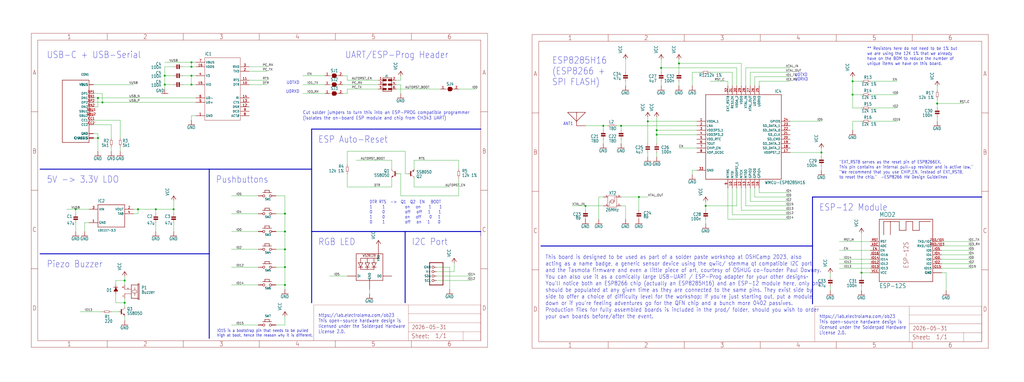
<source format=kicad_sch>
(kicad_sch (version 20230121) (generator eeschema)
  (paper "User" 584.2 217.805)
  (junction (at 99.06 119.38))
  (junction (at 93.98 43.18))
  (junction (at 374.65 74.295))
  (junction (at 43.18 119.38))
  (junction (at 162.56 132.08))
  (junction (at 55.88 78.74))
  (junction (at 162.56 162.56))
  (junction (at 109.22 35.56))
  (junction (at 486.41 53.975))
  (junction (at 109.22 43.18))
  (junction (at 162.56 142.24))
  (junction (at 109.22 38.1))
  (junction (at 374.65 76.835))
  (junction (at 387.35 36.195))
  (junction (at 486.41 46.355))
  (junction (at 71.12 172.72))
  (junction (at 55.88 55.88))
  (junction (at 534.67 59.055))
  (junction (at 78.74 119.38))
  (junction (at 109.22 48.26))
  (junction (at 162.56 152.4))
  (junction (at 71.12 160.02))
  (junction (at 334.01 117.475))
  (junction (at 377.19 38.735))
  (junction (at 93.98 48.26))
  (junction (at 88.9 119.38))
  (junction (at 58.42 58.42))
  (junction (at 402.59 117.475))
  (junction (at 364.49 112.395))
  (junction (at 344.17 71.755))
  (junction (at 162.56 121.92))
  (junction (at 491.49 155.575))
  (junction (at 369.57 69.215))
  (junction (at 468.63 86.995))
  (junction (at 354.33 71.755))
  (wire (pts (xy 109.22 38.1) (xy 109.22 35.56)) (stroke (width 0.1524)))
  (wire (pts (xy 422.91 36.195) (xy 422.91 48.895)) (stroke (width 0.1524)))
  (wire (pts (xy 402.59 120.015) (xy 402.59 117.475)) (stroke (width 0.1524)))
  (wire (pts (xy 354.33 74.295) (xy 354.33 71.755)) (stroke (width 0.1524)))
  (wire (pts (xy 198.12 157.48) (xy 187.96 157.48)) (stroke (width 0.1524)))
  (wire (pts (xy 397.51 74.295) (xy 374.65 74.295)) (stroke (width 0.1524)))
  (wire (pts (xy 157.48 111.76) (xy 162.56 111.76)) (stroke (width 0.1524)))
  (wire (pts (xy 422.91 120.015) (xy 450.85 120.015)) (stroke (width 0.1524)))
  (wire (pts (xy 433.07 46.355) (xy 450.85 46.355)) (stroke (width 0.1524)))
  (wire (pts (xy 147.32 152.4) (xy 132.08 152.4)) (stroke (width 0.1524)))
  (wire (pts (xy 88.9 119.38) (xy 88.9 121.92)) (stroke (width 0.1524)))
  (wire (pts (xy 369.57 89.535) (xy 369.57 86.995)) (stroke (width 0.1524)))
  (wire (pts (xy 147.32 185.42) (xy 132.08 185.42)) (stroke (width 0.1524)))
  (wire (pts (xy 261.62 96.52) (xy 261.62 91.44)) (stroke (width 0.1524)))
  (wire (pts (xy 228.6 45.72) (xy 228.6 43.18)) (stroke (width 0.1524)))
  (wire (pts (xy 157.48 142.24) (xy 162.56 142.24)) (stroke (width 0.1524)))
  (wire (pts (xy 427.99 41.275) (xy 450.85 41.275)) (stroke (width 0.1524)))
  (wire (pts (xy 256.54 152.4) (xy 256.54 165.1)) (stroke (width 0.1524)))
  (wire (pts (xy 111.76 35.56) (xy 109.22 35.56)) (stroke (width 0.1524)))
  (wire (pts (xy 402.59 125.095) (xy 402.59 127.635)) (stroke (width 0.1524)))
  (wire (pts (xy 71.12 172.72) (xy 71.12 175.26)) (stroke (width 0.1524)))
  (wire (pts (xy 223.52 91.44) (xy 203.2 91.44)) (stroke (width 0.1524)))
  (wire (pts (xy 111.76 66.04) (xy 109.22 66.04)) (stroke (width 0.1524)))
  (wire (pts (xy 223.52 106.68) (xy 223.52 101.6)) (stroke (width 0.1524)))
  (wire (pts (xy 53.34 58.42) (xy 58.42 58.42)) (stroke (width 0.1524)))
  (wire (pts (xy 63.5 86.36) (xy 63.5 83.82)) (stroke (width 0.1524)))
  (wire (pts (xy 420.37 38.735) (xy 377.19 38.735)) (stroke (width 0.1524)))
  (wire (pts (xy 157.48 121.92) (xy 162.56 121.92)) (stroke (width 0.1524)))
  (wire (pts (xy 109.22 43.18) (xy 109.22 48.26)) (stroke (width 0.1524)))
  (wire (pts (xy 63.5 71.12) (xy 63.5 78.74)) (stroke (width 0.1524)))
  (wire (pts (xy 142.24 40.64) (xy 152.4 40.64)) (stroke (width 0.1524)))
  (wire (pts (xy 491.49 69.215) (xy 486.41 69.215)) (stroke (width 0.1524)))
  (wire (pts (xy 43.18 119.38) (xy 38.1 119.38)) (stroke (width 0.1524)))
  (wire (pts (xy 198.12 50.8) (xy 215.9 50.8)) (stroke (width 0.1524)))
  (wire (pts (xy 198.12 53.34) (xy 198.12 50.8)) (stroke (width 0.1524)))
  (wire (pts (xy 99.06 48.26) (xy 93.98 48.26)) (stroke (width 0.1524)))
  (wire (pts (xy 468.63 86.995) (xy 468.63 84.455)) (stroke (width 0.1524)))
  (wire (pts (xy 185.42 43.18) (xy 172.72 43.18)) (stroke (width 0.1524)))
  (wire (pts (xy 226.06 48.26) (xy 228.6 48.26)) (stroke (width 0.1524)))
  (wire (pts (xy 162.56 142.24) (xy 162.56 152.4)) (stroke (width 0.1524)))
  (wire (pts (xy 53.34 55.88) (xy 55.88 55.88)) (stroke (width 0.1524)))
  (wire (pts (xy 397.51 84.455) (xy 387.35 84.455)) (stroke (width 0.1524)))
  (wire (pts (xy 496.57 137.795) (xy 478.79 137.795)) (stroke (width 0.1524)))
  (wire (pts (xy 198.12 45.72) (xy 215.9 45.72)) (stroke (width 0.1524)))
  (wire (pts (xy 430.53 107.315) (xy 430.53 112.395)) (stroke (width 0.1524)))
  (wire (pts (xy 228.6 99.06) (xy 228.6 111.76)) (stroke (width 0.1524)))
  (wire (pts (xy 58.42 177.8) (xy 45.72 177.8)) (stroke (width 0.1524)))
  (wire (pts (xy 256.54 106.68) (xy 236.22 106.68)) (stroke (width 0.1524)))
  (wire (pts (xy 195.58 48.26) (xy 215.9 48.26)) (stroke (width 0.1524)))
  (polyline (pts (xy 22.86 144.78) (xy 119.38 144.78)) (stroke (width 0.508) (type solid)))
  (wire (pts (xy 491.49 53.975) (xy 486.41 53.975)) (stroke (width 0.1524)))
  (wire (pts (xy 334.01 71.755) (xy 344.17 71.755)) (stroke (width 0.1524)))
  (wire (pts (xy 104.14 48.26) (xy 109.22 48.26)) (stroke (width 0.1524)))
  (polyline (pts (xy 463.55 140.335) (xy 463.55 112.395)) (stroke (width 0.508) (type solid)))
  (wire (pts (xy 43.18 121.92) (xy 43.18 119.38)) (stroke (width 0.1524)))
  (polyline (pts (xy 177.8 73.66) (xy 274.32 73.66)) (stroke (width 0.508) (type solid)))
  (wire (pts (xy 344.17 74.295) (xy 344.17 71.755)) (stroke (width 0.1524)))
  (wire (pts (xy 537.21 150.495) (xy 554.99 150.495)) (stroke (width 0.1524)))
  (wire (pts (xy 486.41 61.595) (xy 486.41 53.975)) (stroke (width 0.1524)))
  (wire (pts (xy 425.45 38.735) (xy 450.85 38.735)) (stroke (width 0.1524)))
  (wire (pts (xy 55.88 78.74) (xy 53.34 78.74)) (stroke (width 0.1524)))
  (wire (pts (xy 534.67 59.055) (xy 534.67 61.595)) (stroke (width 0.1524)))
  (wire (pts (xy 496.57 150.495) (xy 478.79 150.495)) (stroke (width 0.1524)))
  (wire (pts (xy 236.22 91.44) (xy 261.62 91.44)) (stroke (width 0.1524)))
  (wire (pts (xy 344.17 112.395) (xy 341.63 112.395)) (stroke (width 0.1524)))
  (wire (pts (xy 491.49 46.355) (xy 486.41 46.355)) (stroke (width 0.1524)))
  (wire (pts (xy 537.21 147.955) (xy 554.99 147.955)) (stroke (width 0.1524)))
  (wire (pts (xy 473.71 163.195) (xy 473.71 165.735)) (stroke (width 0.1524)))
  (polyline (pts (xy 119.38 144.78) (xy 119.38 96.52)) (stroke (width 0.508) (type solid)))
  (wire (pts (xy 109.22 38.1) (xy 104.14 38.1)) (stroke (width 0.1524)))
  (wire (pts (xy 377.19 38.735) (xy 377.19 33.655)) (stroke (width 0.1524)))
  (wire (pts (xy 147.32 111.76) (xy 132.08 111.76)) (stroke (width 0.1524)))
  (wire (pts (xy 93.98 43.18) (xy 93.98 48.26)) (stroke (width 0.1524)))
  (wire (pts (xy 427.99 114.935) (xy 450.85 114.935)) (stroke (width 0.1524)))
  (wire (pts (xy 344.17 117.475) (xy 334.01 117.475)) (stroke (width 0.1524)))
  (wire (pts (xy 537.21 137.795) (xy 554.99 137.795)) (stroke (width 0.1524)))
  (wire (pts (xy 405.13 41.275) (xy 417.83 41.275)) (stroke (width 0.1524)))
  (wire (pts (xy 356.87 117.475) (xy 356.87 125.095)) (stroke (width 0.1524)))
  (wire (pts (xy 534.67 56.515) (xy 534.67 59.055)) (stroke (width 0.1524)))
  (wire (pts (xy 162.56 111.76) (xy 162.56 121.92)) (stroke (width 0.1524)))
  (wire (pts (xy 491.49 61.595) (xy 486.41 61.595)) (stroke (width 0.1524)))
  (wire (pts (xy 377.19 38.735) (xy 377.19 41.275)) (stroke (width 0.1524)))
  (wire (pts (xy 374.65 89.535) (xy 374.65 86.995)) (stroke (width 0.1524)))
  (wire (pts (xy 415.29 48.895) (xy 415.29 46.355)) (stroke (width 0.1524)))
  (wire (pts (xy 68.58 86.36) (xy 68.58 83.82)) (stroke (width 0.1524)))
  (wire (pts (xy 147.32 162.56) (xy 132.08 162.56)) (stroke (width 0.1524)))
  (wire (pts (xy 223.52 106.68) (xy 198.12 106.68)) (stroke (width 0.1524)))
  (polyline (pts (xy 177.8 132.08) (xy 231.14 132.08)) (stroke (width 0.508) (type solid)))
  (wire (pts (xy 53.34 76.2) (xy 55.88 76.2)) (stroke (width 0.1524)))
  (wire (pts (xy 248.92 152.4) (xy 256.54 152.4)) (stroke (width 0.1524)))
  (wire (pts (xy 66.04 162.56) (xy 66.04 160.02)) (stroke (width 0.1524)))
  (polyline (pts (xy 463.55 112.395) (xy 560.07 112.395)) (stroke (width 0.508) (type solid)))
  (wire (pts (xy 496.57 69.215) (xy 511.81 69.215)) (stroke (width 0.1524)))
  (wire (pts (xy 223.52 91.44) (xy 223.52 96.52)) (stroke (width 0.1524)))
  (wire (pts (xy 55.88 76.2) (xy 55.88 78.74)) (stroke (width 0.1524)))
  (wire (pts (xy 76.2 121.92) (xy 78.74 121.92)) (stroke (width 0.1524)))
  (wire (pts (xy 534.67 59.055) (xy 549.91 59.055)) (stroke (width 0.1524)))
  (wire (pts (xy 162.56 185.42) (xy 157.48 185.42)) (stroke (width 0.1524)))
  (wire (pts (xy 66.04 167.64) (xy 66.04 172.72)) (stroke (width 0.1524)))
  (wire (pts (xy 78.74 121.92) (xy 78.74 119.38)) (stroke (width 0.1524)))
  (wire (pts (xy 185.42 53.34) (xy 172.72 53.34)) (stroke (width 0.1524)))
  (wire (pts (xy 99.06 119.38) (xy 99.06 114.3)) (stroke (width 0.1524)))
  (wire (pts (xy 334.01 120.015) (xy 334.01 117.475)) (stroke (width 0.1524)))
  (wire (pts (xy 334.01 117.475) (xy 326.39 117.475)) (stroke (width 0.1524)))
  (wire (pts (xy 354.33 81.915) (xy 354.33 79.375)) (stroke (width 0.1524)))
  (wire (pts (xy 374.65 76.835) (xy 374.65 74.295)) (stroke (width 0.1524)))
  (wire (pts (xy 71.12 160.02) (xy 71.12 162.56)) (stroke (width 0.1524)))
  (wire (pts (xy 236.22 101.6) (xy 236.22 106.68)) (stroke (width 0.1524)))
  (wire (pts (xy 486.41 46.355) (xy 486.41 43.815)) (stroke (width 0.1524)))
  (wire (pts (xy 537.21 153.035) (xy 554.99 153.035)) (stroke (width 0.1524)))
  (wire (pts (xy 162.56 121.92) (xy 162.56 132.08)) (stroke (width 0.1524)))
  (wire (pts (xy 496.57 46.355) (xy 511.81 46.355)) (stroke (width 0.1524)))
  (wire (pts (xy 491.49 155.575) (xy 491.49 132.715)) (stroke (width 0.1524)))
  (wire (pts (xy 539.75 155.575) (xy 539.75 165.735)) (stroke (width 0.1524)))
  (polyline (pts (xy 22.86 96.52) (xy 119.38 96.52)) (stroke (width 0.508) (type solid)))
  (wire (pts (xy 374.65 76.835) (xy 374.65 81.915)) (stroke (width 0.1524)))
  (polyline (pts (xy 177.8 96.52) (xy 177.8 73.66)) (stroke (width 0.508) (type solid)))
  (wire (pts (xy 109.22 48.26) (xy 111.76 48.26)) (stroke (width 0.1524)))
  (wire (pts (xy 147.32 142.24) (xy 132.08 142.24)) (stroke (width 0.1524)))
  (wire (pts (xy 496.57 153.035) (xy 478.79 153.035)) (stroke (width 0.1524)))
  (wire (pts (xy 427.99 107.315) (xy 427.99 114.935)) (stroke (width 0.1524)))
  (wire (pts (xy 400.05 41.275) (xy 394.97 41.275)) (stroke (width 0.1524)))
  (wire (pts (xy 71.12 180.34) (xy 71.12 182.88)) (stroke (width 0.1524)))
  (wire (pts (xy 53.34 71.12) (xy 63.5 71.12)) (stroke (width 0.1524)))
  (wire (pts (xy 387.35 33.655) (xy 387.35 36.195)) (stroke (width 0.1524)))
  (wire (pts (xy 50.8 127) (xy 48.26 127)) (stroke (width 0.1524)))
  (polyline (pts (xy 177.8 132.08) (xy 177.8 172.72)) (stroke (width 0.508) (type solid)))
  (wire (pts (xy 63.5 177.8) (xy 68.58 177.8)) (stroke (width 0.1524)))
  (wire (pts (xy 433.07 48.895) (xy 433.07 46.355)) (stroke (width 0.1524)))
  (wire (pts (xy 248.92 157.48) (xy 269.24 157.48)) (stroke (width 0.1524)))
  (wire (pts (xy 473.71 158.115) (xy 473.71 155.575)) (stroke (width 0.1524)))
  (wire (pts (xy 261.62 50.8) (xy 271.78 50.8)) (stroke (width 0.1524)))
  (wire (pts (xy 157.48 132.08) (xy 162.56 132.08)) (stroke (width 0.1524)))
  (wire (pts (xy 55.88 55.88) (xy 111.76 55.88)) (stroke (width 0.1524)))
  (wire (pts (xy 491.49 155.575) (xy 491.49 158.115)) (stroke (width 0.1524)))
  (wire (pts (xy 142.24 38.1) (xy 152.4 38.1)) (stroke (width 0.1524)))
  (wire (pts (xy 195.58 53.34) (xy 198.12 53.34)) (stroke (width 0.1524)))
  (wire (pts (xy 415.29 107.315) (xy 415.29 125.095)) (stroke (width 0.1524)))
  (wire (pts (xy 341.63 112.395) (xy 341.63 125.095)) (stroke (width 0.1524)))
  (wire (pts (xy 231.14 99.06) (xy 233.68 99.06)) (stroke (width 0.1524)))
  (wire (pts (xy 534.67 48.895) (xy 534.67 51.435)) (stroke (width 0.1524)))
  (wire (pts (xy 496.57 147.955) (xy 478.79 147.955)) (stroke (width 0.1524)))
  (wire (pts (xy 430.53 48.895) (xy 430.53 43.815)) (stroke (width 0.1524)))
  (wire (pts (xy 387.35 36.195) (xy 387.35 41.275)) (stroke (width 0.1524)))
  (wire (pts (xy 537.21 145.415) (xy 554.99 145.415)) (stroke (width 0.1524)))
  (wire (pts (xy 43.18 127) (xy 43.18 132.08)) (stroke (width 0.1524)))
  (wire (pts (xy 425.45 48.895) (xy 425.45 38.735)) (stroke (width 0.1524)))
  (wire (pts (xy 226.06 50.8) (xy 251.46 50.8)) (stroke (width 0.1524)))
  (polyline (pts (xy 231.14 132.08) (xy 231.14 172.72)) (stroke (width 0.508) (type solid)))
  (wire (pts (xy 50.8 119.38) (xy 43.18 119.38)) (stroke (width 0.1524)))
  (polyline (pts (xy 463.55 140.335) (xy 308.61 140.335)) (stroke (width 0.508) (type solid)))
  (wire (pts (xy 55.88 60.96) (xy 55.88 55.88)) (stroke (width 0.1524)))
  (polyline (pts (xy 119.38 144.78) (xy 119.38 193.04)) (stroke (width 0.508) (type solid)))
  (wire (pts (xy 66.04 160.02) (xy 71.12 160.02)) (stroke (width 0.1524)))
  (wire (pts (xy 248.92 160.02) (xy 269.24 160.02)) (stroke (width 0.1524)))
  (wire (pts (xy 433.07 107.315) (xy 433.07 109.855)) (stroke (width 0.1524)))
  (wire (pts (xy 496.57 53.975) (xy 511.81 53.975)) (stroke (width 0.1524)))
  (wire (pts (xy 402.59 117.475) (xy 420.37 117.475)) (stroke (width 0.1524)))
  (wire (pts (xy 397.51 69.215) (xy 369.57 69.215)) (stroke (width 0.1524)))
  (wire (pts (xy 420.37 107.315) (xy 420.37 117.475)) (stroke (width 0.1524)))
  (wire (pts (xy 387.35 46.355) (xy 387.35 48.895)) (stroke (width 0.1524)))
  (wire (pts (xy 377.19 46.355) (xy 377.19 48.895)) (stroke (width 0.1524)))
  (wire (pts (xy 496.57 142.875) (xy 478.79 142.875)) (stroke (width 0.1524)))
  (wire (pts (xy 415.29 125.095) (xy 450.85 125.095)) (stroke (width 0.1524)))
  (wire (pts (xy 486.41 69.215) (xy 486.41 74.295)) (stroke (width 0.1524)))
  (wire (pts (xy 111.76 38.1) (xy 109.22 38.1)) (stroke (width 0.1524)))
  (polyline (pts (xy 231.14 132.08) (xy 274.32 132.08)) (stroke (width 0.508) (type solid)))
  (wire (pts (xy 491.49 165.735) (xy 491.49 163.195)) (stroke (width 0.1524)))
  (wire (pts (xy 248.92 154.94) (xy 259.08 154.94)) (stroke (width 0.1524)))
  (wire (pts (xy 162.56 180.34) (xy 162.56 185.42)) (stroke (width 0.1524)))
  (wire (pts (xy 53.34 53.34) (xy 58.42 53.34)) (stroke (width 0.1524)))
  (wire (pts (xy 198.12 99.06) (xy 198.12 106.68)) (stroke (width 0.1524)))
  (wire (pts (xy 344.17 81.915) (xy 344.17 79.375)) (stroke (width 0.1524)))
  (wire (pts (xy 147.32 132.08) (xy 132.08 132.08)) (stroke (width 0.1524)))
  (wire (pts (xy 537.21 142.875) (xy 554.99 142.875)) (stroke (width 0.1524)))
  (polyline (pts (xy 274.32 132.08) (xy 274.32 134.62)) (stroke (width 0.1524) (type solid)))
  (wire (pts (xy 354.33 71.755) (xy 397.51 71.755)) (stroke (width 0.1524)))
  (wire (pts (xy 68.58 68.58) (xy 68.58 78.74)) (stroke (width 0.1524)))
  (wire (pts (xy 231.14 99.06) (xy 231.14 86.36)) (stroke (width 0.1524)))
  (wire (pts (xy 354.33 117.475) (xy 356.87 117.475)) (stroke (width 0.1524)))
  (wire (pts (xy 109.22 66.04) (xy 109.22 68.58)) (stroke (width 0.1524)))
  (wire (pts (xy 99.06 119.38) (xy 99.06 121.92)) (stroke (width 0.1524)))
  (wire (pts (xy 374.65 74.295) (xy 374.65 66.675)) (stroke (width 0.1524)))
  (wire (pts (xy 394.97 41.275) (xy 394.97 48.895)) (stroke (width 0.1524)))
  (polyline (pts (xy 177.8 96.52) (xy 177.8 132.08)) (stroke (width 0.508) (type solid)))
  (wire (pts (xy 486.41 53.975) (xy 486.41 46.355)) (stroke (width 0.1524)))
  (wire (pts (xy 162.56 162.56) (xy 162.56 165.1)) (stroke (width 0.1524)))
  (wire (pts (xy 387.35 36.195) (xy 422.91 36.195)) (stroke (width 0.1524)))
  (wire (pts (xy 157.48 162.56) (xy 162.56 162.56)) (stroke (width 0.1524)))
  (wire (pts (xy 422.91 107.315) (xy 422.91 120.015)) (stroke (width 0.1524)))
  (wire (pts (xy 157.48 152.4) (xy 162.56 152.4)) (stroke (width 0.1524)))
  (wire (pts (xy 226.06 99.06) (xy 228.6 99.06)) (stroke (width 0.1524)))
  (wire (pts (xy 430.53 112.395) (xy 450.85 112.395)) (stroke (width 0.1524)))
  (wire (pts (xy 402.59 117.475) (xy 402.59 114.935)) (stroke (width 0.1524)))
  (wire (pts (xy 88.9 119.38) (xy 99.06 119.38)) (stroke (width 0.1524)))
  (wire (pts (xy 236.22 91.44) (xy 236.22 96.52)) (stroke (width 0.1524)))
  (polyline (pts (xy 119.38 96.52) (xy 177.8 96.52)) (stroke (width 0.508) (type solid)))
  (wire (pts (xy 93.98 38.1) (xy 93.98 43.18)) (stroke (width 0.1524)))
  (wire (pts (xy 228.6 48.26) (xy 228.6 53.34)) (stroke (width 0.1524)))
  (wire (pts (xy 534.67 69.215) (xy 534.67 66.675)) (stroke (width 0.1524)))
  (wire (pts (xy 66.04 172.72) (xy 71.12 172.72)) (stroke (width 0.1524)))
  (wire (pts (xy 356.87 46.355) (xy 356.87 48.895)) (stroke (width 0.1524)))
  (wire (pts (xy 231.14 86.36) (xy 198.12 86.36)) (stroke (width 0.1524)))
  (wire (pts (xy 425.45 117.475) (xy 450.85 117.475)) (stroke (width 0.1524)))
  (wire (pts (xy 397.51 76.835) (xy 374.65 76.835)) (stroke (width 0.1524)))
  (wire (pts (xy 417.83 122.555) (xy 450.85 122.555)) (stroke (width 0.1524)))
  (wire (pts (xy 344.17 71.755) (xy 346.71 71.755)) (stroke (width 0.1524)))
  (wire (pts (xy 468.63 86.995) (xy 468.63 89.535)) (stroke (width 0.1524)))
  (wire (pts (xy 496.57 61.595) (xy 511.81 61.595)) (stroke (width 0.1524)))
  (wire (pts (xy 425.45 107.315) (xy 425.45 117.475)) (stroke (width 0.1524)))
  (wire (pts (xy 450.85 86.995) (xy 468.63 86.995)) (stroke (width 0.1524)))
  (wire (pts (xy 450.85 69.215) (xy 468.63 69.215)) (stroke (width 0.1524)))
  (wire (pts (xy 356.87 41.275) (xy 356.87 33.655)) (stroke (width 0.1524)))
  (wire (pts (xy 354.33 112.395) (xy 364.49 112.395)) (stroke (width 0.1524)))
  (wire (pts (xy 195.58 43.18) (xy 198.12 43.18)) (stroke (width 0.1524)))
  (wire (pts (xy 496.57 155.575) (xy 491.49 155.575)) (stroke (width 0.1524)))
  (wire (pts (xy 430.53 43.815) (xy 450.85 43.815)) (stroke (width 0.1524)))
  (wire (pts (xy 420.37 48.895) (xy 420.37 38.735)) (stroke (width 0.1524)))
  (wire (pts (xy 93.98 50.8) (xy 93.98 48.26)) (stroke (width 0.1524)))
  (wire (pts (xy 53.34 60.96) (xy 55.88 60.96)) (stroke (width 0.1524)))
  (wire (pts (xy 162.56 152.4) (xy 162.56 162.56)) (stroke (width 0.1524)))
  (wire (pts (xy 198.12 43.18) (xy 198.12 45.72)) (stroke (width 0.1524)))
  (wire (pts (xy 537.21 140.335) (xy 554.99 140.335)) (stroke (width 0.1524)))
  (wire (pts (xy 152.4 45.72) (xy 142.24 45.72)) (stroke (width 0.1524)))
  (wire (pts (xy 55.88 78.74) (xy 55.88 86.36)) (stroke (width 0.1524)))
  (wire (pts (xy 394.97 97.155) (xy 394.97 99.695)) (stroke (width 0.1524)))
  (wire (pts (xy 48.26 127) (xy 48.26 132.08)) (stroke (width 0.1524)))
  (polyline (pts (xy 463.55 173.355) (xy 463.55 140.335)) (stroke (width 0.508) (type solid)))
  (wire (pts (xy 415.29 46.355) (xy 405.13 46.355)) (stroke (width 0.1524)))
  (wire (pts (xy 397.51 97.155) (xy 394.97 97.155)) (stroke (width 0.1524)))
  (wire (pts (xy 76.2 119.38) (xy 78.74 119.38)) (stroke (width 0.1524)))
  (wire (pts (xy 104.14 43.18) (xy 109.22 43.18)) (stroke (width 0.1524)))
  (wire (pts (xy 427.99 48.895) (xy 427.99 41.275)) (stroke (width 0.1524)))
  (wire (pts (xy 198.12 86.36) (xy 198.12 93.98)) (stroke (width 0.1524)))
  (wire (pts (xy 71.12 170.18) (xy 71.12 172.72)) (stroke (width 0.1524)))
  (wire (pts (xy 261.62 111.76) (xy 261.62 101.6)) (stroke (width 0.1524)))
  (wire (pts (xy 58.42 53.34) (xy 58.42 58.42)) (stroke (width 0.1524)))
  (wire (pts (xy 351.79 71.755) (xy 354.33 71.755)) (stroke (width 0.1524)))
  (wire (pts (xy 537.21 155.575) (xy 539.75 155.575)) (stroke (width 0.1524)))
  (wire (pts (xy 468.63 94.615) (xy 468.63 97.155)) (stroke (width 0.1524)))
  (wire (pts (xy 369.57 69.215) (xy 369.57 81.915)) (stroke (width 0.1524)))
  (wire (pts (xy 99.06 127) (xy 99.06 132.08)) (stroke (width 0.1524)))
  (wire (pts (xy 99.06 38.1) (xy 93.98 38.1)) (stroke (width 0.1524)))
  (wire (pts (xy 364.49 120.015) (xy 364.49 112.395)) (stroke (width 0.1524)))
  (wire (pts (xy 147.32 121.92) (xy 132.08 121.92)) (stroke (width 0.1524)))
  (wire (pts (xy 369.57 69.215) (xy 369.57 66.675)) (stroke (width 0.1524)))
  (wire (pts (xy 109.22 35.56) (xy 93.98 35.56)) (stroke (width 0.1524)))
  (wire (pts (xy 226.06 45.72) (xy 228.6 45.72)) (stroke (width 0.1524)))
  (wire (pts (xy 53.34 48.26) (xy 76.2 48.26)) (stroke (width 0.1524)))
  (wire (pts (xy 99.06 43.18) (xy 93.98 43.18)) (stroke (width 0.1524)))
  (wire (pts (xy 109.22 43.18) (xy 111.76 43.18)) (stroke (width 0.1524)))
  (wire (pts (xy 152.4 48.26) (xy 142.24 48.26)) (stroke (width 0.1524)))
  (wire (pts (xy 228.6 111.76) (xy 261.62 111.76)) (stroke (width 0.1524)))
  (wire (pts (xy 210.82 167.64) (xy 210.82 165.1)) (stroke (width 0.1524)))
  (wire (pts (xy 88.9 127) (xy 88.9 132.08)) (stroke (width 0.1524)))
  (wire (pts (xy 58.42 58.42) (xy 111.76 58.42)) (stroke (width 0.1524)))
  (wire (pts (xy 162.56 132.08) (xy 162.56 142.24)) (stroke (width 0.1524)))
  (wire (pts (xy 417.83 107.315) (xy 417.83 122.555)) (stroke (width 0.1524)))
  (wire (pts (xy 78.74 119.38) (xy 88.9 119.38)) (stroke (width 0.1524)))
  (wire (pts (xy 364.49 112.395) (xy 369.57 112.395)) (stroke (width 0.1524)))
  (wire (pts (xy 259.08 149.86) (xy 259.08 154.94)) (stroke (width 0.1524)))
  (wire (pts (xy 185.42 48.26) (xy 172.72 48.26)) (stroke (width 0.1524)))
  (wire (pts (xy 433.07 109.855) (xy 450.85 109.855)) (stroke (width 0.1524)))
  (wire (pts (xy 53.34 68.58) (xy 68.58 68.58)) (stroke (width 0.1524)))
  (wire (pts (xy 417.83 41.275) (xy 417.83 48.895)) (stroke (width 0.1524)))
  (wire (pts (xy 71.12 157.48) (xy 71.12 160.02)) (stroke (width 0.1524)))
  (text "5V -> 3.3V LDO" (at 26.67 100.33 0) (effects (font (size 3.81 3.2385)) (justify left top)))
  (text "ESP8285H16\n(ESP8266 +\nSPI FLASH)" (at 314.96 32.385 0) (effects (font (size 3.81 3.2385)) (justify left top)))
  (text "DTR RTS  ->  Q1  Q2  EN   BOOT\n1     1          on   on    1    1\n0     0          off   off   1    1\n1     0          on   off    0   1\n0     1          off   on   1    0" (at 210.82 114.3 0) (effects (font (size 1.778 1.5113)) (justify left top)))
  (text "This board is designed to be used as part of a solder paste workshop at OSHCamp 2023, also\nacting as a name badge, a generic sensor device using the qwiic/ stemma qt compatible I2C port\nand the Tasmota firmware and even a little piece of art, courtesy of OSHUG co-founder Paul Downey.\nYou can also use it as a comically large USB-UART / ESP-Prog adapter for your other designs~\nYou'll notice both an ESP8266 chip (actually an ESP8285H16) and an ESP-12 module here, only one\nshould be populated at any given time as they are connected to the same pins. They exist side by\nside to offer a choice of difficulty level for the workshop: If you're just starting out, put a module\ndown or if you're feeling adventures go for the QFN chip and a bunch more 0402 passives.\nProduction files for fully assembled boards is included in the prod/ folder, should you wish to order\nyour own boards before/after the event." (at 311.15 145.415 0) (effects (font (size 2.3368 1.9862)) (justify left top)))
  (text "UART/ESP-Prog Header" (at 196.85 29.21 0) (effects (font (size 3.81 3.2385)) (justify left top)))
  (text "https://lab.electrolama.com/ob23\nThis open-source hardware design is\nlicensed under the Solderpad Hardware\nLicense 2.0." (at 181.61 190.5 0) (effects (font (size 1.9304 1.6408)) (justify left bottom)))
  (text "U0TXD" (at 453.39 43.815 0) (effects (font (size 1.778 1.5113)) (justify left bottom)))
  (text "https://lab.electrolama.com/ob23\nThis open-source hardware design is\nlicensed under the Solderpad Hardware\nLicense 2.0." (at 467.36 191.135 0) (effects (font (size 1.9304 1.6408)) (justify left bottom)))
  (text "I2C Port" (at 234.95 135.89 0) (effects (font (size 3.81 3.2385)) (justify left top)))
  (text "ANT1" (at 321.31 71.755 0) (effects (font (size 1.778 1.5113)) (justify left bottom)))
  (text "ESP Auto-Reset" (at 181.61 77.47 0) (effects (font (size 3.81 3.2385)) (justify left top)))
  (text "U0RXD" (at 453.39 46.355 0) (effects (font (size 1.778 1.5113)) (justify left bottom)))
  (text "U0RXD" (at 170.815 53.34 0) (effects (font (size 1.778 1.5113)) (justify right bottom)))
  (text "\"EXT_RSTB serves as the reset pin of ESP8266EX.\nThis pin contains an internal pull-up resistor and is active low.\"\n\"We recommend that you use CHIP_EN, instead of EXT_RSTB,\nto reset the chip.\"  -ESP8266 HW Design Guidelines" (at 478.79 102.235 0) (effects (font (size 1.778 1.5113)) (justify left bottom)))
  (text "Cut solder jumpers to turn this into an ESP-PROG compatible programmer\n(isolates the on-board ESP module and chip from CH343 UART)" (at 172.72 68.58 0) (effects (font (size 1.9304 1.6408)) (justify left bottom)))
  (text "Piezo Buzzer" (at 26.67 148.59 0) (effects (font (size 3.81 3.2385)) (justify left top)))
  (text "USB-C + USB-Serial" (at 26.67 29.21 0) (effects (font (size 3.81 3.2385)) (justify left top)))
  (text "U0TXD" (at 170.815 48.26 0) (effects (font (size 1.778 1.5113)) (justify right bottom)))
  (text "RGB LED" (at 181.61 135.89 0) (effects (font (size 3.81 3.2385)) (justify left top)))
  (text "ESP-12 Module" (at 467.36 116.205 0) (effects (font (size 3.81 3.2385)) (justify left top)))
  (text "IO15 is a bootstrap pin that needs to be pulled\nhigh at boot, hence the reason why it is different." (at 123.825 192.405 0) (effects (font (size 1.651 1.4033)) (justify left bottom)))
  (text "Pushbuttons" (at 123.19 100.33 0) (effects (font (size 3.81 3.2385)) (justify left top)))
  (text "** Resistors here do not need to be 1% but\nwe are using the 12K 1% that we already\nhave on the BOM to reduce the number of\nunique items we have on this board." (at 494.665 37.465 0) (effects (font (size 1.778 1.5113)) (justify left bottom)))
  (label "IO12" (at 481.33 150.495 0) (effects (font (size 1.2446 1.2446))))
  (label "IO2" (at 134.62 142.24 0) (effects (font (size 1.2446 1.2446))))
  (label "IO15" (at 448.31 117.475 0) (effects (font (size 1.2446 1.2446))))
  (label "IO15" (at 509.27 69.215 0) (effects (font (size 1.2446 1.2446))))
  (label "IO14" (at 134.62 162.56 0) (effects (font (size 1.2446 1.2446))))
  (label "EN" (at 387.35 84.455 0) (effects (font (size 1.2446 1.2446))))
  (label "IO5" (at 466.09 69.215 0) (effects (font (size 1.2446 1.2446))))
  (label "IO15" (at 134.62 185.42 0) (effects (font (size 1.2446 1.2446))))
  (label "EN" (at 175.26 43.18 0) (effects (font (size 1.2446 1.2446))))
  (label "USB_P" (at 73.66 58.42 0) (effects (font (size 1.2446 1.2446))))
  (label "DTR" (at 149.86 48.26 0) (effects (font (size 1.2446 1.2446))))
  (label "IO3_RX" (at 175.26 53.34 0) (effects (font (size 1.2446 1.2446))))
  (label "VUSB" (at 96.52 35.56 0) (effects (font (size 1.2446 1.2446))))
  (label "IO14" (at 448.31 125.095 0) (effects (font (size 1.2446 1.2446))))
  (label "RST_M" (at 481.33 137.795 0) (effects (font (size 1.2446 1.2446))))
  (label "IO15" (at 552.45 153.035 0) (effects (font (size 1.2446 1.2446))))
  (label "XTAL_OUT" (at 448.31 41.275 0) (effects (font (size 1.2446 1.2446))))
  (label "IO13" (at 448.31 120.015 0) (effects (font (size 1.2446 1.2446))))
  (label "IO12" (at 448.31 122.555 0) (effects (font (size 1.2446 1.2446))))
  (label "IO2" (at 509.27 61.595 0) (effects (font (size 1.2446 1.2446))))
  (label "IO1_TX" (at 175.26 48.26 0) (effects (font (size 1.2446 1.2446))))
  (label "IO3_RX" (at 552.45 140.335 0) (effects (font (size 1.2446 1.2446))))
  (label "VUSB" (at 40.64 119.38 0) (effects (font (size 1.2446 1.2446))))
  (label "IO4" (at 448.31 109.855 0) (effects (font (size 1.2446 1.2446))))
  (label "EN" (at 481.33 142.875 0) (effects (font (size 1.2446 1.2446))))
  (label "XTAL_OUT" (at 369.57 112.395 0) (effects (font (size 1.2446 1.2446))))
  (label "IO0" (at 552.45 147.955 0) (effects (font (size 1.2446 1.2446))))
  (label "RTS" (at 238.76 91.44 0) (effects (font (size 1.2446 1.2446))))
  (label "IO1_TX" (at 448.31 43.815 0) (effects (font (size 1.2446 1.2446))))
  (label "IO5" (at 134.62 111.76 0) (effects (font (size 1.2446 1.2446))))
  (label "EN" (at 509.27 46.355 0) (effects (font (size 1.2446 1.2446))))
  (label "XTAL_IN" (at 326.39 117.475 0) (effects (font (size 1.2446 1.2446))))
  (label "IO0" (at 134.62 132.08 0) (effects (font (size 1.2446 1.2446))))
  (label "IO0" (at 509.27 53.975 0) (effects (font (size 1.2446 1.2446))))
  (label "DTR" (at 213.36 106.68 0) (effects (font (size 1.2446 1.2446))))
  (label "IO0" (at 448.31 112.395 0) (effects (font (size 1.2446 1.2446))))
  (label "IO4" (at 552.45 145.415 0) (effects (font (size 1.2446 1.2446))))
  (label "IO5" (at 190.5 157.48 0) (effects (font (size 1.2446 1.2446))))
  (label "IO13" (at 481.33 153.035 0) (effects (font (size 1.2446 1.2446))))
  (label "IO13" (at 48.26 177.8 0) (effects (font (size 1.2446 1.2446))))
  (label "USB_N" (at 73.66 55.88 0) (effects (font (size 1.2446 1.2446))))
  (label "AUTORST_EN" (at 254 106.68 0) (effects (font (size 1.2446 1.2446))))
  (label "RST_C" (at 407.67 46.355 0) (effects (font (size 1.2446 1.2446))))
  (label "VUSB" (at 73.66 48.26 0) (effects (font (size 1.2446 1.2446))))
  (label "XTAL_IN" (at 448.31 38.735 0) (effects (font (size 1.2446 1.2446))))
  (label "AUTORST_EN" (at 200.66 45.72 0) (effects (font (size 1.2446 1.2446))))
  (label "IO2" (at 552.45 150.495 0) (effects (font (size 1.2446 1.2446))))
  (label "RTS" (at 149.86 45.72 0) (effects (font (size 1.2446 1.2446))))
  (label "PC_RX" (at 200.66 48.26 0) (effects (font (size 1.2446 1.2446))))
  (label "RST_C" (at 547.37 59.055 0) (effects (font (size 1.2446 1.2446))))
  (label "IO3_RX" (at 448.31 46.355 0) (effects (font (size 1.2446 1.2446))))
  (label "IO2" (at 448.31 114.935 0) (effects (font (size 1.2446 1.2446))))
  (label "IO14" (at 266.7 157.48 0) (effects (font (size 1.2446 1.2446))))
  (label "IO12" (at 266.7 160.02 0) (effects (font (size 1.2446 1.2446))))
  (label "IO1_TX" (at 552.45 137.795 0) (effects (font (size 1.2446 1.2446))))
  (label "PC_TX" (at 200.66 50.8 0) (effects (font (size 1.2446 1.2446))))
  (label "IO5" (at 552.45 142.875 0) (effects (font (size 1.2446 1.2446))))
  (label "PC_TX" (at 149.86 40.64 0) (effects (font (size 1.2446 1.2446))))
  (label "IO12" (at 134.62 152.4 0) (effects (font (size 1.2446 1.2446))))
  (label "IO4" (at 134.62 121.92 0) (effects (font (size 1.2446 1.2446))))
  (label "IO14" (at 481.33 147.955 0) (effects (font (size 1.2446 1.2446))))
  (label "IO0" (at 269.24 50.8 0) (effects (font (size 1.2446 1.2446))))
  (label "PC_RX" (at 149.86 38.1 0) (effects (font (size 1.2446 1.2446))))
  (label "AUTORST_BOOT" (at 205.74 91.44 0) (effects (font (size 1.2446 1.2446))))
  (label "AUTORST_BOOT" (at 231.14 50.8 0) (effects (font (size 1.2446 1.2446))))
  (symbol (lib_id "working-eagle-import:CAP-0402") (at 491.49 160.655 270) (unit 1)
    (property "Reference" "C31" (at 488.95 159.385 90) (effects (font (size 1.778 1.5113)) (justify right top)))
    (property "Value" "100n" (at 488.95 161.925 90) (effects (font (size 1.778 1.5113)) (justify right top)))
    (property "Footprint" "working:_PKG_C_0402" (effects hide))
    (property "JLCASSY" "C307331" (effects hide))
  )
  (symbol (lib_id "working-eagle-import:A4L-LOC") (at 303.53 198.755 0) (unit 1)
    (property "Reference" "#FRAME3" (effects hide))
    (property "Value" "A4L-LOC" (effects hide))
  )
  (symbol (lib_id "working-eagle-import:CAP-0402-NOTHERMALS") (at 344.17 76.835 90) (unit 1)
    (property "Reference" "C21" (at 341.63 76.835 90) (effects (font (size 1.778 1.5113)) (justify left bottom)))
    (property "Value" "TBD" (at 341.63 79.375 90) (effects (font (size 1.778 1.5113)) (justify left bottom)))
    (property "Footprint" "working:_PKG_C_0402_NOTHERMALS" (effects hide))
  )
  (symbol (lib_id "working-eagle-import:PUSHBUTTON-6X6MM") (at 152.4 162.56 0) (unit 1)
    (property "Reference" "SW6" (at 151.13 165.1 0) (effects (font (size 1.27 1.0795)) (justify left bottom)))
    (property "Value" "PUSHBUTTON-6X6MM" (effects hide))
    (property "Footprint" "working:GENERIC_SPNO_4P_6X6MM" (effects hide))
    (property "JLCASSY" "C620316" (effects hide))
  )
  (symbol (lib_id "working-eagle-import:GND") (at 88.9 134.62 0) (unit 1)
    (property "Reference" "#GND25" (effects hide))
    (property "Value" "GND" (at 86.36 137.16 0) (effects (font (size 1.778 1.5113)) (justify left bottom)))
  )
  (symbol (lib_id "working-eagle-import:GND") (at 473.71 168.275 0) (unit 1)
    (property "Reference" "#GND53" (effects hide))
    (property "Value" "GND" (at 471.17 170.815 0) (effects (font (size 1.778 1.5113)) (justify left bottom)))
  )
  (symbol (lib_id "working-eagle-import:PUSHBUTTON-6X6MM") (at 152.4 185.42 0) (unit 1)
    (property "Reference" "SW7" (at 151.13 180.975 0) (effects (font (size 1.27 1.0795)) (justify left bottom)))
    (property "Value" "PUSHBUTTON-6X6MM" (effects hide))
    (property "Footprint" "working:GENERIC_SPNO_4P_6X6MM" (effects hide))
    (property "JLCASSY" "C620316" (effects hide))
  )
  (symbol (lib_id "working-eagle-import:PIEZO-MLT-8530") (at 73.66 165.1 270) (unit 1)
    (property "Reference" "P1" (at 80.645 165.1 90) (effects (font (size 1.778 1.5113)) (justify left bottom)))
    (property "Value" "Buzzer" (at 80.645 167.64 90) (effects (font (size 1.778 1.5113)) (justify left bottom)))
    (property "Footprint" "working:MLT-8530" (effects hide))
    (property "JLCASSY" "C94599" (effects hide))
  )
  (symbol (lib_id "working-eagle-import:GND") (at 63.5 88.9 0) (unit 1)
    (property "Reference" "#GND34" (effects hide))
    (property "Value" "GND" (at 60.96 91.44 0) (effects (font (size 1.778 1.5113)) (justify left bottom)))
  )
  (symbol (lib_id "working-eagle-import:VCC") (at 99.06 111.76 0) (unit 1)
    (property "Reference" "#P+10" (effects hide))
    (property "Value" "VCC" (at 96.52 111.76 90) (effects (font (size 1.778 1.5113)) (justify left bottom)))
  )
  (symbol (lib_id "working-eagle-import:NPN-MMBT5550LT1G") (at 223.52 99.06 0) (mirror y) (unit 1)
    (property "Reference" "Q1" (at 222.25 98.425 0) (effects (font (size 1.778 1.5113)) (justify left bottom)))
    (property "Value" "SS8050" (at 222.25 100.965 0) (effects (font (size 1.778 1.5113)) (justify left bottom)))
    (property "Footprint" "working:SOT96P237X111-3N" (effects hide))
    (property "JLCASSY" "C2150" (effects hide))
  )
  (symbol (lib_id "working-eagle-import:CAP-0402-NOTHERMALS") (at 374.65 84.455 90) (unit 1)
    (property "Reference" "C26" (at 377.19 83.185 90) (effects (font (size 1.778 1.5113)) (justify right bottom)))
    (property "Value" "100n" (at 377.19 87.63 90) (effects (font (size 1.778 1.5113)) (justify right top)))
    (property "Footprint" "working:_PKG_C_0402_NOTHERMALS" (effects hide))
    (property "JLCASSY" "C307331" (effects hide))
  )
  (symbol (lib_id "working-eagle-import:CAP-0402") (at 334.01 122.555 90) (unit 1)
    (property "Reference" "C23" (at 331.47 121.285 90) (effects (font (size 1.778 1.5113)) (justify left bottom)))
    (property "Value" "8p" (at 331.47 123.19 90) (effects (font (size 1.778 1.5113)) (justify left bottom)))
    (property "Footprint" "working:_PKG_C_0402" (effects hide))
    (property "JLCASSY" "C1578" (effects hide))
  )
  (symbol (lib_id "working-eagle-import:RES-0603") (at 60.96 177.8 0) (mirror y) (unit 1)
    (property "Reference" "R1" (at 59.69 179.705 0) (effects (font (size 1.778 1.5113)) (justify right top)))
    (property "Value" "220" (at 59.69 182.245 0) (effects (font (size 1.778 1.5113)) (justify right top)))
    (property "Footprint" "working:_PKG_R_0603" (effects hide))
    (property "JLCASSY" "C22962" (effects hide))
  )
  (symbol (lib_id "working-eagle-import:A4L-LOC") (at 17.78 198.12 0) (unit 1)
    (property "Reference" "#FRAME1" (effects hide))
    (property "Value" "A4L-LOC" (effects hide))
  )
  (symbol (lib_id "working-eagle-import:RES-0603") (at 68.58 81.28 90) (unit 1)
    (property "Reference" "R3" (at 69.85 81.28 90) (effects (font (size 1.778 1.5113)) (justify right top)))
    (property "Value" "5k1" (at 69.85 83.82 90) (effects (font (size 1.778 1.5113)) (justify right top)))
    (property "Footprint" "working:_PKG_R_0603" (effects hide))
    (property "JLCASSY" "C23186" (effects hide))
  )
  (symbol (lib_id "working-eagle-import:GND") (at 377.19 51.435 0) (unit 1)
    (property "Reference" "#GND44" (effects hide))
    (property "Value" "GND" (at 374.65 53.975 0) (effects (font (size 1.778 1.5113)) (justify left bottom)))
  )
  (symbol (lib_id "working-eagle-import:GND") (at 162.56 167.64 0) (unit 1)
    (property "Reference" "#GND29" (effects hide))
    (property "Value" "GND" (at 160.02 170.18 0) (effects (font (size 1.778 1.5113)) (justify left bottom)))
  )
  (symbol (lib_id "working-eagle-import:CAP-0402-NOTHERMALS") (at 534.67 64.135 90) (unit 1)
    (property "Reference" "C30" (at 532.13 62.23 90) (effects (font (size 1.778 1.5113)) (justify left bottom)))
    (property "Value" "100n" (at 532.13 64.77 90) (effects (font (size 1.778 1.5113)) (justify left bottom)))
    (property "Footprint" "working:_PKG_C_0402_NOTHERMALS" (effects hide))
    (property "JLCASSY" "C307331" (effects hide))
  )
  (symbol (lib_id "working-eagle-import:GND") (at 354.33 84.455 0) (unit 1)
    (property "Reference" "#GND41" (effects hide))
    (property "Value" "GND" (at 351.79 86.995 0) (effects (font (size 1.778 1.5113)) (justify left bottom)))
  )
  (symbol (lib_id "working-eagle-import:VCC") (at 491.49 130.175 0) (unit 1)
    (property "Reference" "#P+25" (effects hide))
    (property "Value" "VCC" (at 489.585 129.54 90) (effects (font (size 1.778 1.5113)) (justify left bottom)))
  )
  (symbol (lib_id "working-eagle-import:GND") (at 468.63 99.695 0) (unit 1)
    (property "Reference" "#GND47" (effects hide))
    (property "Value" "GND" (at 466.09 102.235 0) (effects (font (size 1.778 1.5113)) (justify left bottom)))
  )
  (symbol (lib_id "working-eagle-import:VCC") (at 162.56 177.8 0) (unit 1)
    (property "Reference" "#P+16" (effects hide))
    (property "Value" "VCC" (at 160.655 177.165 90) (effects (font (size 1.778 1.5113)) (justify left bottom)))
  )
  (symbol (lib_id "working-eagle-import:CAP-0402") (at 364.49 122.555 90) (unit 1)
    (property "Reference" "C24" (at 367.03 122.555 90) (effects (font (size 1.778 1.5113)) (justify right top)))
    (property "Value" "8p" (at 367.03 124.46 90) (effects (font (size 1.778 1.5113)) (justify right top)))
    (property "Footprint" "working:_PKG_C_0402" (effects hide))
    (property "JLCASSY" "C1578" (effects hide))
  )
  (symbol (lib_id "working-eagle-import:VCC") (at 468.63 81.915 0) (unit 1)
    (property "Reference" "#P+22" (effects hide))
    (property "Value" "VCC" (at 466.725 81.28 90) (effects (font (size 1.778 1.5113)) (justify left bottom)))
  )
  (symbol (lib_id "working-eagle-import:CAP-1206") (at 99.06 124.46 270) (unit 1)
    (property "Reference" "C3" (at 93.98 124.46 90) (effects (font (size 1.778 1.5113)) (justify left bottom)))
    (property "Value" "47u" (at 93.98 128.27 90) (effects (font (size 1.778 1.5113)) (justify left bottom)))
    (property "Footprint" "working:_PKG_C_1206" (effects hide))
    (property "JLCASSY" "C96123" (effects hide))
    (property "MPN" "CL31A476MPHNNNE" (effects hide))
  )
  (symbol (lib_id "working-eagle-import:RES-0402") (at 494.03 53.975 0) (unit 1)
    (property "Reference" "R14" (at 492.76 52.705 0) (effects (font (size 1.778 1.5113)) (justify left bottom)))
    (property "Value" "12k 1%" (at 491.49 56.515 0) (effects (font (size 1.778 1.5113)) (justify left bottom)))
    (property "Footprint" "working:_PKG_R_0402" (effects hide))
    (property "JLCASSY" "C25752" (effects hide))
  )
  (symbol (lib_id "working-eagle-import:VCC") (at 473.71 153.035 0) (unit 1)
    (property "Reference" "#P+27" (effects hide))
    (property "Value" "VCC" (at 471.805 152.4 90) (effects (font (size 1.778 1.5113)) (justify left bottom)))
  )
  (symbol (lib_id "working-eagle-import:VCC") (at 259.08 147.32 0) (unit 1)
    (property "Reference" "#P+12" (effects hide))
    (property "Value" "VCC" (at 257.175 146.685 90) (effects (font (size 1.778 1.5113)) (justify left bottom)))
  )
  (symbol (lib_id "working-eagle-import:GND") (at 394.97 51.435 0) (unit 1)
    (property "Reference" "#GND45" (effects hide))
    (property "Value" "GND" (at 392.43 53.975 0) (effects (font (size 1.778 1.5113)) (justify left bottom)))
  )
  (symbol (lib_id "working-eagle-import:CAP-1206") (at 473.71 160.655 270) (unit 1)
    (property "Reference" "C33" (at 471.17 159.385 90) (effects (font (size 1.778 1.5113)) (justify right top)))
    (property "Value" "47u" (at 471.17 161.925 90) (effects (font (size 1.778 1.5113)) (justify right top)))
    (property "Footprint" "working:_PKG_C_1206" (effects hide))
    (property "JLCASSY" "C96123" (effects hide))
    (property "MPN" "CL31A476MPHNNNE" (effects hide))
  )
  (symbol (lib_id "working-eagle-import:VCC") (at 215.9 137.16 0) (unit 1)
    (property "Reference" "#P+14" (effects hide))
    (property "Value" "VCC" (at 213.995 136.525 90) (effects (font (size 1.778 1.5113)) (justify left bottom)))
  )
  (symbol (lib_id "working-eagle-import:VCC") (at 387.35 31.115 0) (unit 1)
    (property "Reference" "#P+26" (effects hide))
    (property "Value" "VCC" (at 385.445 30.48 90) (effects (font (size 1.778 1.5113)) (justify left bottom)))
  )
  (symbol (lib_id "working-eagle-import:GND") (at 334.01 127.635 0) (unit 1)
    (property "Reference" "#GND26" (effects hide))
    (property "Value" "GND" (at 331.47 130.175 0) (effects (font (size 1.778 1.5113)) (justify left bottom)))
  )
  (symbol (lib_id "working-eagle-import:VCC") (at 228.6 40.64 0) (unit 1)
    (property "Reference" "#P+17" (effects hide))
    (property "Value" "VCC" (at 226.695 40.005 90) (effects (font (size 1.778 1.5113)) (justify left bottom)))
  )
  (symbol (lib_id "working-eagle-import:CAP-0402-NOTHERMALS") (at 354.33 76.835 90) (unit 1)
    (property "Reference" "C22" (at 351.79 76.835 90) (effects (font (size 1.778 1.5113)) (justify left bottom)))
    (property "Value" "TBD" (at 351.79 79.375 90) (effects (font (size 1.778 1.5113)) (justify left bottom)))
    (property "Footprint" "working:_PKG_C_0402_NOTHERMALS" (effects hide))
  )
  (symbol (lib_id "working-eagle-import:RES-0402") (at 534.67 53.975 90) (unit 1)
    (property "Reference" "R17" (at 532.765 52.07 90) (effects (font (size 1.778 1.5113)) (justify left bottom)))
    (property "Value" "12k 1%" (at 532.765 54.61 90) (effects (font (size 1.778 1.5113)) (justify left bottom)))
    (property "Footprint" "working:_PKG_R_0402" (effects hide))
    (property "JLCASSY" "C25752" (effects hide))
  )
  (symbol (lib_id "working-eagle-import:GND") (at 364.49 127.635 0) (unit 1)
    (property "Reference" "#GND37" (effects hide))
    (property "Value" "GND" (at 361.95 130.175 0) (effects (font (size 1.778 1.5113)) (justify left bottom)))
  )
  (symbol (lib_id "working-eagle-import:CAP-0402") (at 101.6 38.1 180) (unit 1)
    (property "Reference" "C4" (at 92.075 35.56 0) (effects (font (size 1.778 1.5113)) (justify left bottom)))
    (property "Value" "100n" (at 92.075 37.465 0) (effects (font (size 1.778 1.5113)) (justify left bottom)))
    (property "Footprint" "working:_PKG_C_0402" (effects hide))
    (property "JLCASSY" "C307331" (effects hide))
  )
  (symbol (lib_id "working-eagle-import:SJ-SHORT") (at 190.5 53.34 0) (unit 1)
    (property "Reference" "SJ3" (at 188.595 51.435 0) (effects (font (size 1.778 1.5113)) (justify left bottom)))
    (property "Value" "SJ-SHORT" (effects hide))
    (property "Footprint" "working:SJ-SHORT" (effects hide))
  )
  (symbol (lib_id "working-eagle-import:RES-0402") (at 198.12 96.52 270) (mirror x) (unit 1)
    (property "Reference" "R4" (at 196.215 95.885 90) (effects (font (size 1.778 1.5113)) (justify right top)))
    (property "Value" "12k 1%" (at 196.215 98.425 90) (effects (font (size 1.778 1.5113)) (justify right top)))
    (property "Footprint" "working:_PKG_R_0402" (effects hide))
    (property "JLCASSY" "C25752" (effects hide))
  )
  (symbol (lib_id "working-eagle-import:GND") (at 539.75 168.275 0) (unit 1)
    (property "Reference" "#GND49" (effects hide))
    (property "Value" "GND" (at 537.21 170.815 0) (effects (font (size 1.778 1.5113)) (justify left bottom)))
  )
  (symbol (lib_id "working-eagle-import:GND") (at 48.26 134.62 0) (unit 1)
    (property "Reference" "#GND24" (effects hide))
    (property "Value" "GND" (at 45.72 137.16 0) (effects (font (size 1.778 1.5113)) (justify left bottom)))
  )
  (symbol (lib_id "working-eagle-import:INDUCTOR-0402") (at 349.25 71.755 0) (unit 1)
    (property "Reference" "L2" (at 347.345 70.485 0) (effects (font (size 1.778 1.5113)) (justify left bottom)))
    (property "Value" "TBD" (at 347.345 74.295 0) (effects (font (size 1.778 1.5113)) (justify left bottom)))
    (property "Footprint" "working:_PKG_L_0402" (effects hide))
  )
  (symbol (lib_id "working-eagle-import:NPN-MMBT5550LT1G") (at 236.22 99.06 0) (mirror x) (unit 1)
    (property "Reference" "Q2" (at 237.49 99.695 0) (effects (font (size 1.778 1.5113)) (justify left bottom)))
    (property "Value" "SS8050" (at 237.49 97.155 0) (effects (font (size 1.778 1.5113)) (justify left bottom)))
    (property "Footprint" "working:SOT96P237X111-3N" (effects hide))
    (property "JLCASSY" "C2150" (effects hide))
  )
  (symbol (lib_id "working-eagle-import:GND") (at 99.06 134.62 0) (unit 1)
    (property "Reference" "#GND16" (effects hide))
    (property "Value" "GND" (at 96.52 137.16 0) (effects (font (size 1.778 1.5113)) (justify left bottom)))
  )
  (symbol (lib_id "working-eagle-import:GND") (at 93.98 53.34 0) (unit 1)
    (property "Reference" "#GND20" (effects hide))
    (property "Value" "GND" (at 88.9 52.705 0) (effects (font (size 1.778 1.5113)) (justify left bottom)))
  )
  (symbol (lib_id "working-eagle-import:RES-0402") (at 494.03 69.215 0) (unit 1)
    (property "Reference" "R16" (at 492.76 67.945 0) (effects (font (size 1.778 1.5113)) (justify left bottom)))
    (property "Value" "12k 1%" (at 491.49 71.755 0) (effects (font (size 1.778 1.5113)) (justify left bottom)))
    (property "Footprint" "working:_PKG_R_0402" (effects hide))
    (property "JLCASSY" "C25752" (effects hide))
  )
  (symbol (lib_id "working-eagle-import:PUSHBUTTON-6X6MM") (at 152.4 152.4 0) (unit 1)
    (property "Reference" "SW5" (at 151.13 154.94 0) (effects (font (size 1.27 1.0795)) (justify left bottom)))
    (property "Value" "PUSHBUTTON-6X6MM" (effects hide))
    (property "Footprint" "working:GENERIC_SPNO_4P_6X6MM" (effects hide))
    (property "JLCASSY" "C620316" (effects hide))
  )
  (symbol (lib_id "working-eagle-import:GND") (at 109.22 71.12 0) (unit 1)
    (property "Reference" "#GND18" (effects hide))
    (property "Value" "GND" (at 106.68 73.66 0) (effects (font (size 1.778 1.5113)) (justify left bottom)))
  )
  (symbol (lib_id "working-eagle-import:GND") (at 534.67 71.755 0) (unit 1)
    (property "Reference" "#GND48" (effects hide))
    (property "Value" "GND" (at 532.13 74.295 0) (effects (font (size 1.778 1.5113)) (justify left bottom)))
  )
  (symbol (lib_id "working-eagle-import:CAP-0402-NOTHERMALS") (at 468.63 92.075 90) (unit 1)
    (property "Reference" "C29" (at 466.09 90.805 90) (effects (font (size 1.778 1.5113)) (justify left bottom)))
    (property "Value" "100n" (at 466.09 93.345 90) (effects (font (size 1.778 1.5113)) (justify left bottom)))
    (property "Footprint" "working:_PKG_C_0402_NOTHERMALS" (effects hide))
    (property "JLCASSY" "C307331" (effects hide))
  )
  (symbol (lib_id "working-eagle-import:GND") (at 369.57 92.075 0) (unit 1)
    (property "Reference" "#GND42" (effects hide))
    (property "Value" "GND" (at 367.03 94.615 0) (effects (font (size 1.778 1.5113)) (justify left bottom)))
  )
  (symbol (lib_id "working-eagle-import:RES-0402") (at 494.03 61.595 0) (unit 1)
    (property "Reference" "R15" (at 492.76 60.325 0) (effects (font (size 1.778 1.5113)) (justify left bottom)))
    (property "Value" "12k 1%" (at 491.49 64.135 0) (effects (font (size 1.778 1.5113)) (justify left bottom)))
    (property "Footprint" "working:_PKG_R_0402" (effects hide))
    (property "JLCASSY" "C25752" (effects hide))
  )
  (symbol (lib_id "working-eagle-import:VCC") (at 486.41 41.275 0) (unit 1)
    (property "Reference" "#P+23" (effects hide))
    (property "Value" "VCC" (at 484.505 40.64 90) (effects (font (size 1.778 1.5113)) (justify left bottom)))
  )
  (symbol (lib_id "working-eagle-import:WS2812B5050") (at 210.82 154.94 0) (unit 1)
    (property "Reference" "LED1" (effects hide))
    (property "Value" "WS2812B5050" (effects hide))
    (property "Footprint" "working:WS2812B" (effects hide))
  )
  (symbol (lib_id "working-eagle-import:SJ-SHORT") (at 256.54 50.8 0) (unit 1)
    (property "Reference" "SJ4" (at 254.635 48.895 0) (effects (font (size 1.778 1.5113)) (justify left bottom)))
    (property "Value" "SJ-SHORT" (effects hide))
    (property "Footprint" "working:SJ-SHORT" (effects hide))
  )
  (symbol (lib_id "working-eagle-import:RES-0402") (at 261.62 99.06 270) (mirror x) (unit 1)
    (property "Reference" "R5" (at 263.525 98.425 90) (effects (font (size 1.778 1.5113)) (justify left top)))
    (property "Value" "12k 1%" (at 263.525 100.965 90) (effects (font (size 1.778 1.5113)) (justify left top)))
    (property "Footprint" "working:_PKG_R_0402" (effects hide))
    (property "JLCASSY" "C25752" (effects hide))
  )
  (symbol (lib_id "working-eagle-import:DIODE-SWITCHING-1N4148W") (at 66.04 165.1 90) (unit 1)
    (property "Reference" "D1" (at 63.9064 164.5666 90) (effects (font (size 1.778 1.5113)) (justify left bottom)))
    (property "Value" "DIODE-SWITCHING-1N4148W" (effects hide))
    (property "Footprint" "working:_PKG_SOD123" (effects hide))
  )
  (symbol (lib_id "working-eagle-import:SJ-SHORT") (at 190.5 48.26 0) (unit 1)
    (property "Reference" "SJ2" (at 188.595 46.355 0) (effects (font (size 1.778 1.5113)) (justify left bottom)))
    (property "Value" "SJ-SHORT" (effects hide))
    (property "Footprint" "working:SJ-SHORT" (effects hide))
  )
  (symbol (lib_id "working-eagle-import:GND") (at 68.58 88.9 0) (unit 1)
    (property "Reference" "#GND35" (effects hide))
    (property "Value" "GND" (at 66.04 91.44 0) (effects (font (size 1.778 1.5113)) (justify left bottom)))
  )
  (symbol (lib_id "working-eagle-import:WMCU-ESP8285H16") (at 422.91 76.835 0) (unit 1)
    (property "Reference" "IC4" (at 441.96 52.07 0) (effects (font (size 1.778 1.5113)) (justify left)))
    (property "Value" "WMCU-ESP8285H16" (at 436.245 104.14 0) (effects (font (size 1.778 1.5113)) (justify left)))
    (property "Footprint" "working:QFN50P500X500X90-33N" (effects hide))
    (property "JLCASSY" "C967019" (effects hide))
  )
  (symbol (lib_id "working-eagle-import:CAP-0402") (at 101.6 48.26 180) (unit 1)
    (property "Reference" "C6" (at 92.075 45.72 0) (effects (font (size 1.778 1.5113)) (justify left bottom)))
    (property "Value" "100n" (at 92.075 47.625 0) (effects (font (size 1.778 1.5113)) (justify left bottom)))
    (property "Footprint" "working:_PKG_C_0402" (effects hide))
    (property "JLCASSY" "C307331" (effects hide))
  )
  (symbol (lib_id "working-eagle-import:CAP-1206") (at 356.87 43.815 270) (unit 1)
    (property "Reference" "C34" (at 354.33 43.18 90) (effects (font (size 1.778 1.5113)) (justify right bottom)))
    (property "Value" "47u" (at 354.33 45.72 90) (effects (font (size 1.778 1.5113)) (justify right bottom)))
    (property "Footprint" "working:_PKG_C_1206" (effects hide))
    (property "JLCASSY" "C96123" (effects hide))
    (property "MPN" "CL31A476MPHNNNE" (effects hide))
  )
  (symbol (lib_id "working-eagle-import:RES-0402") (at 494.03 46.355 0) (unit 1)
    (property "Reference" "R13" (at 492.76 45.085 0) (effects (font (size 1.778 1.5113)) (justify left bottom)))
    (property "Value" "12k 1%" (at 491.49 48.895 0) (effects (font (size 1.778 1.5113)) (justify left bottom)))
    (property "Footprint" "working:_PKG_R_0402" (effects hide))
    (property "JLCASSY" "C25752" (effects hide))
  )
  (symbol (lib_id "working-eagle-import:VCC") (at 369.57 64.135 0) (unit 1)
    (property "Reference" "#P+18" (effects hide))
    (property "Value" "VCC" (at 367.665 63.5 90) (effects (font (size 1.778 1.5113)) (justify left bottom)))
  )
  (symbol (lib_id "working-eagle-import:CAP-1206") (at 43.18 124.46 270) (unit 1)
    (property "Reference" "C1" (at 38.1 124.46 90) (effects (font (size 1.778 1.5113)) (justify left bottom)))
    (property "Value" "47u" (at 38.1 128.27 90) (effects (font (size 1.778 1.5113)) (justify left bottom)))
    (property "Footprint" "working:_PKG_C_1206" (effects hide))
    (property "JLCASSY" "C96123" (effects hide))
    (property "MPN" "CL31A476MPHNNNE" (effects hide))
  )
  (symbol (lib_id "working-eagle-import:GND") (at 228.6 55.88 0) (unit 1)
    (property "Reference" "#GND19" (effects hide))
    (property "Value" "GND" (at 226.06 58.42 0) (effects (font (size 1.778 1.5113)) (justify left bottom)))
  )
  (symbol (lib_id "working-eagle-import:PUSHBUTTON-6X6MM") (at 152.4 121.92 0) (unit 1)
    (property "Reference" "SW2" (at 151.13 124.46 0) (effects (font (size 1.27 1.0795)) (justify left bottom)))
    (property "Value" "PUSHBUTTON-6X6MM" (effects hide))
    (property "Footprint" "working:GENERIC_SPNO_4P_6X6MM" (effects hide))
    (property "JLCASSY" "C620316" (effects hide))
  )
  (symbol (lib_id "working-eagle-import:GND") (at 387.35 51.435 0) (unit 1)
    (property "Reference" "#GND52" (effects hide))
    (property "Value" "GND" (at 384.81 53.975 0) (effects (font (size 1.778 1.5113)) (justify left bottom)))
  )
  (symbol (lib_id "working-eagle-import:CAP-0402-NOTHERMALS") (at 377.19 43.815 90) (unit 1)
    (property "Reference" "C27" (at 374.65 42.545 90) (effects (font (size 1.778 1.5113)) (justify left bottom)))
    (property "Value" "4u7" (at 374.65 45.085 90) (effects (font (size 1.778 1.5113)) (justify left bottom)))
    (property "Footprint" "working:_PKG_C_0402_NOTHERMALS" (effects hide))
    (property "JLCASSY" "C23733" (effects hide))
  )
  (symbol (lib_id "working-eagle-import:SJ-SHORT") (at 190.5 43.18 0) (unit 1)
    (property "Reference" "SJ1" (at 188.595 41.275 0) (effects (font (size 1.778 1.5113)) (justify left bottom)))
    (property "Value" "SJ-SHORT" (effects hide))
    (property "Footprint" "working:SJ-SHORT" (effects hide))
  )
  (symbol (lib_id "working-eagle-import:USBC_USB-C-12") (at 50.8 81.28 0) (mirror y) (unit 1)
    (property "Reference" "CON1" (at 50.8 43.18 0) (effects (font (size 1.27 1.0795)) (justify left bottom)))
    (property "Value" "USBC_USB-C-12" (effects hide))
    (property "Footprint" "working:USBC_C-31-M-12" (effects hide))
    (property "JLCASSY" "C165948" (effects hide))
  )
  (symbol (lib_id "working-eagle-import:GND") (at 491.49 168.275 0) (unit 1)
    (property "Reference" "#GND51" (effects hide))
    (property "Value" "GND" (at 488.95 170.815 0) (effects (font (size 1.778 1.5113)) (justify left bottom)))
  )
  (symbol (lib_id "working-eagle-import:VCC") (at 377.19 31.115 0) (unit 1)
    (property "Reference" "#P+20" (effects hide))
    (property "Value" "VCC" (at 375.285 30.48 90) (effects (font (size 1.778 1.5113)) (justify left bottom)))
  )
  (symbol (lib_id "working-eagle-import:ANT-CERAMIC-YAGEO-ANT3216LL00R2400A") (at 328.93 71.755 0) (mirror y) (unit 1)
    (property "Reference" "ANT2" (effects hide))
    (property "Value" "ANT3216LL00R2400A" (effects hide))
    (property "Footprint" "working:YAGEO-ANT3216LL00R2400A" (effects hide))
    (property "JLCASSY" "C293767" (effects hide))
  )
  (symbol (lib_id "working-eagle-import:GND") (at 256.54 167.64 0) (unit 1)
    (property "Reference" "#GND30" (effects hide))
    (property "Value" "GND" (at 254 170.18 0) (effects (font (size 1.778 1.5113)) (justify left bottom)))
  )
  (symbol (lib_id "working-eagle-import:GND") (at 356.87 127.635 0) (unit 1)
    (property "Reference" "#GND36" (effects hide))
    (property "Value" "GND" (at 354.33 130.175 0) (effects (font (size 1.778 1.5113)) (justify left bottom)))
  )
  (symbol (lib_id "working-eagle-import:XTAL-4P-2016") (at 349.25 114.935 0) (unit 1)
    (property "Reference" "XT2" (at 347.345 111.125 0) (effects (font (size 1.778 1.5113)) (justify left bottom)))
    (property "Value" "26MHz" (at 345.44 120.65 0) (effects (font (size 1.778 1.5113)) (justify left bottom)))
    (property "Footprint" "working:XTAL-4P-2016" (effects hide))
    (property "JLCASSY" "C2762193" (effects hide))
  )
  (symbol (lib_id "working-eagle-import:VCC") (at 356.87 31.115 0) (unit 1)
    (property "Reference" "#P+28" (effects hide))
    (property "Value" "VCC" (at 354.965 30.48 90) (effects (font (size 1.778 1.5113)) (justify left bottom)))
  )
  (symbol (lib_id "working-eagle-import:VCC") (at 71.12 154.94 0) (unit 1)
    (property "Reference" "#P+13" (effects hide))
    (property "Value" "VCC" (at 69.215 154.305 90) (effects (font (size 1.778 1.5113)) (justify left bottom)))
  )
  (symbol (lib_id "working-eagle-import:MODULE_ESP-12S") (at 516.89 145.415 0) (unit 1)
    (property "Reference" "MOD2" (at 501.65 123.825 0) (effects (font (size 2.54 2.159)) (justify left bottom)))
    (property "Value" "ESP-12S" (at 501.65 164.465 0) (effects (font (size 2.54 2.159)) (justify left bottom)))
    (property "Footprint" "working:ESP-12S" (effects hide))
    (property "JLCASSY" "C82898" (effects hide))
  )
  (symbol (lib_id "working-eagle-import:POWER-LDO-LD1117-SOT223-4") (at 63.5 121.92 0) (unit 1)
    (property "Reference" "IC2" (at 55.88 115.57 0) (effects (font (size 1.778 1.5113)) (justify left bottom)))
    (property "Value" "LD1117-3.3" (at 55.88 132.08 0) (effects (font (size 1.27 1.0795)) (justify left bottom)))
    (property "Footprint" "working:_PKG_SOT223-4_TI-DCY4" (effects hide))
    (property "JLCASSY" "C6186" (effects hide))
  )
  (symbol (lib_id "working-eagle-import:STEMMA_I2C_QT") (at 248.92 157.48 0) (mirror y) (unit 1)
    (property "Reference" "CON2" (effects hide))
    (property "Value" "STEMMA_I2C_QT" (effects hide))
    (property "Footprint" "working:JST_SH4" (effects hide))
    (property "JLCASSY" "C145956" (effects hide))
  )
  (symbol (lib_id "working-eagle-import:GND") (at 486.41 76.835 0) (unit 1)
    (property "Reference" "#GND38" (effects hide))
    (property "Value" "GND" (at 483.87 79.375 0) (effects (font (size 1.778 1.5113)) (justify left bottom)))
  )
  (symbol (lib_id "working-eagle-import:GND") (at 344.17 84.455 0) (unit 1)
    (property "Reference" "#GND40" (effects hide))
    (property "Value" "GND" (at 341.63 86.995 0) (effects (font (size 1.778 1.5113)) (justify left bottom)))
  )
  (symbol (lib_id "working-eagle-import:VCC") (at 534.67 46.355 0) (unit 1)
    (property "Reference" "#P+24" (effects hide))
    (property "Value" "VCC" (at 532.765 45.72 90) (effects (font (size 1.778 1.5113)) (justify left bottom)))
  )
  (symbol (lib_id "working-eagle-import:INTERFACE-CH343G") (at 127 50.8 0) (unit 1)
    (property "Reference" "IC1" (at 116.84 31.75 0) (effects (font (size 1.778 1.5113)) (justify left bottom)))
    (property "Value" "INTERFACE-CH343G" (effects hide))
    (property "Footprint" "working:_PKG_SOP16" (effects hide))
    (property "JLCASSY" "C2844153" (effects hide))
  )
  (symbol (lib_id "working-eagle-import:GND") (at 55.88 88.9 0) (unit 1)
    (property "Reference" "#GND22" (effects hide))
    (property "Value" "GND" (at 53.34 91.44 0) (effects (font (size 1.778 1.5113)) (justify left bottom)))
  )
  (symbol (lib_id "working-eagle-import:GND") (at 374.65 92.075 0) (unit 1)
    (property "Reference" "#GND43" (effects hide))
    (property "Value" "GND" (at 372.11 94.615 0) (effects (font (size 1.778 1.5113)) (justify left bottom)))
  )
  (symbol (lib_id "working-eagle-import:CAP-1206") (at 88.9 124.46 270) (unit 1)
    (property "Reference" "C2" (at 83.82 124.46 90) (effects (font (size 1.778 1.5113)) (justify left bottom)))
    (property "Value" "47u" (at 83.82 128.27 90) (effects (font (size 1.778 1.5113)) (justify left bottom)))
    (property "Footprint" "working:_PKG_C_1206" (effects hide))
    (property "JLCASSY" "C96123" (effects hide))
    (property "MPN" "CL31A476MPHNNNE" (effects hide))
  )
  (symbol (lib_id "working-eagle-import:PUSHBUTTON-6X6MM") (at 152.4 111.76 0) (unit 1)
    (property "Reference" "SW1" (at 151.13 114.3 0) (effects (font (size 1.27 1.0795)) (justify left bottom)))
    (property "Value" "PUSHBUTTON-6X6MM" (effects hide))
    (property "Footprint" "working:GENERIC_SPNO_4P_6X6MM" (effects hide))
    (property "JLCASSY" "C620316" (effects hide))
  )
  (symbol (lib_id "working-eagle-import:VCC") (at 402.59 112.395 0) (unit 1)
    (property "Reference" "#P+21" (effects hide))
    (property "Value" "VCC" (at 400.685 111.76 90) (effects (font (size 1.778 1.5113)) (justify left bottom)))
  )
  (symbol (lib_id "working-eagle-import:VCC") (at 374.65 64.135 0) (unit 1)
    (property "Reference" "#P+19" (effects hide))
    (property "Value" "VCC" (at 372.745 63.5 90) (effects (font (size 1.778 1.5113)) (justify left bottom)))
  )
  (symbol (lib_id "working-eagle-import:GND") (at 356.87 51.435 0) (unit 1)
    (property "Reference" "#GND54" (effects hide))
    (property "Value" "GND" (at 354.33 53.975 0) (effects (font (size 1.778 1.5113)) (justify left bottom)))
  )
  (symbol (lib_id "working-eagle-import:CAP-0402-NOTHERMALS") (at 402.59 122.555 90) (unit 1)
    (property "Reference" "C28" (at 400.05 121.285 90) (effects (font (size 1.778 1.5113)) (justify left bottom)))
    (property "Value" "100n" (at 400.05 123.825 90) (effects (font (size 1.778 1.5113)) (justify left bottom)))
    (property "Footprint" "working:_PKG_C_0402_NOTHERMALS" (effects hide))
    (property "JLCASSY" "C307331" (effects hide))
  )
  (symbol (lib_id "working-eagle-import:RES-0402") (at 402.59 41.275 180) (unit 1)
    (property "Reference" "R12" (at 398.78 43.815 0) (effects (font (size 1.778 1.5113)) (justify right top)))
    (property "Value" "12k 1%" (at 403.225 43.815 0) (effects (font (size 1.778 1.5113)) (justify right top)))
    (property "Footprint" "working:_PKG_R_0402" (effects hide))
    (property "JLCASSY" "C25752" (effects hide))
  )
  (symbol (lib_id "working-eagle-import:CAP-0402") (at 101.6 43.18 180) (unit 1)
    (property "Reference" "C5" (at 92.075 40.64 0) (effects (font (size 1.778 1.5113)) (justify left bottom)))
    (property "Value" "100n" (at 92.075 42.545 0) (effects (font (size 1.778 1.5113)) (justify left bottom)))
    (property "Footprint" "working:_PKG_C_0402" (effects hide))
    (property "JLCASSY" "C307331" (effects hide))
  )
  (symbol (lib_id "working-eagle-import:6103XX21121_61030621121") (at 220.98 48.26 270) (unit 1)
    (property "Reference" "J1" (at 221.286 43.882 90) (effects (font (size 1.016 0.8636)) (justify right bottom)))
    (property "Value" "6103XX21121_61030621121" (effects hide))
    (property "Footprint" "working:61030621121" (effects hide))
    (property "JLCASSY" "C780054" (effects hide))
  )
  (symbol (lib_id "working-eagle-import:CAP-0402-NOTHERMALS") (at 387.35 43.815 90) (unit 1)
    (property "Reference" "C32" (at 384.81 42.545 90) (effects (font (size 1.778 1.5113)) (justify left bottom)))
    (property "Value" "100n" (at 384.81 45.085 90) (effects (font (size 1.778 1.5113)) (justify left bottom)))
    (property "Footprint" "working:_PKG_C_0402_NOTHERMALS" (effects hide))
    (property "JLCASSY" "C307331" (effects hide))
  )
  (symbol (lib_id "working-eagle-import:PUSHBUTTON-6X6MM") (at 152.4 132.08 0) (unit 1)
    (property "Reference" "SW3" (at 151.13 134.62 0) (effects (font (size 1.27 1.0795)) (justify left bottom)))
    (property "Value" "PUSHBUTTON-6X6MM" (effects hide))
    (property "Footprint" "working:GENERIC_SPNO_4P_6X6MM" (effects hide))
    (property "JLCASSY" "C620316" (effects hide))
  )
  (symbol (lib_id "working-eagle-import:NPN-MMBT5550LT1G") (at 71.12 177.8 0) (unit 1)
    (property "Reference" "Q3" (at 72.39 177.165 0) (effects (font (size 1.778 1.5113)) (justify left bottom)))
    (property "Value" "SS8050" (at 72.39 179.705 0) (effects (font (size 1.778 1.5113)) (justify left bottom)))
    (property "Footprint" "working:SOT96P237X111-3N" (effects hide))
    (property "JLCASSY" "C2150" (effects hide))
  )
  (symbol (lib_id "working-eagle-import:GND") (at 43.18 134.62 0) (unit 1)
    (property "Reference" "#GND23" (effects hide))
    (property "Value" "GND" (at 40.64 137.16 0) (effects (font (size 1.778 1.5113)) (justify left bottom)))
  )
  (symbol (lib_id "working-eagle-import:CAP-0402-NOTHERMALS") (at 369.57 84.455 90) (unit 1)
    (property "Reference" "C25" (at 367.03 83.185 90) (effects (font (size 1.778 1.5113)) (justify left bottom)))
    (property "Value" "4u7" (at 367.03 85.725 90) (effects (font (size 1.778 1.5113)) (justify left bottom)))
    (property "Footprint" "working:_PKG_C_0402_NOTHERMALS" (effects hide))
    (property "JLCASSY" "C23733" (effects hide))
  )
  (symbol (lib_id "working-eagle-import:GND") (at 394.97 102.235 0) (unit 1)
    (property "Reference" "#GND39" (effects hide))
    (property "Value" "GND" (at 392.43 104.775 0) (effects (font (size 1.778 1.5113)) (justify left bottom)))
  )
  (symbol (lib_id "working-eagle-import:GND") (at 402.59 130.175 0) (unit 1)
    (property "Reference" "#GND46" (effects hide))
    (property "Value" "GND" (at 400.05 132.715 0) (effects (font (size 1.778 1.5113)) (justify left bottom)))
  )
  (symbol (lib_id "working-eagle-import:GND") (at 341.63 127.635 0) (unit 1)
    (property "Reference" "#GND32" (effects hide))
    (property "Value" "GND" (at 339.09 130.175 0) (effects (font (size 1.778 1.5113)) (justify left bottom)))
  )
  (symbol (lib_id "working-eagle-import:PUSHBUTTON-6X6MM") (at 152.4 142.24 0) (unit 1)
    (property "Reference" "SW4" (at 151.13 144.78 0) (effects (font (size 1.27 1.0795)) (justify left bottom)))
    (property "Value" "PUSHBUTTON-6X6MM" (effects hide))
    (property "Footprint" "working:GENERIC_SPNO_4P_6X6MM" (effects hide))
    (property "JLCASSY" "C620316" (effects hide))
  )
  (symbol (lib_id "working-eagle-import:GND") (at 210.82 170.18 0) (unit 1)
    (property "Reference" "#GND31" (effects hide))
    (property "Value" "GND" (at 208.28 172.72 0) (effects (font (size 1.778 1.5113)) (justify left bottom)))
  )
  (symbol (lib_id "working-eagle-import:RES-0603") (at 63.5 81.28 270) (mirror x) (unit 1)
    (property "Reference" "R2" (at 62.23 81.28 90) (effects (font (size 1.778 1.5113)) (justify right top)))
    (property "Value" "5k1" (at 62.23 83.82 90) (effects (font (size 1.778 1.5113)) (justify right top)))
    (property "Footprint" "working:_PKG_R_0603" (effects hide))
    (property "JLCASSY" "C23186" (effects hide))
  )
  (symbol (lib_id "working-eagle-import:GND") (at 71.12 185.42 0) (unit 1)
    (property "Reference" "#GND50" (effects hide))
    (property "Value" "GND" (at 68.58 187.96 0) (effects (font (size 1.778 1.5113)) (justify left bottom)))
  )
)
</source>
